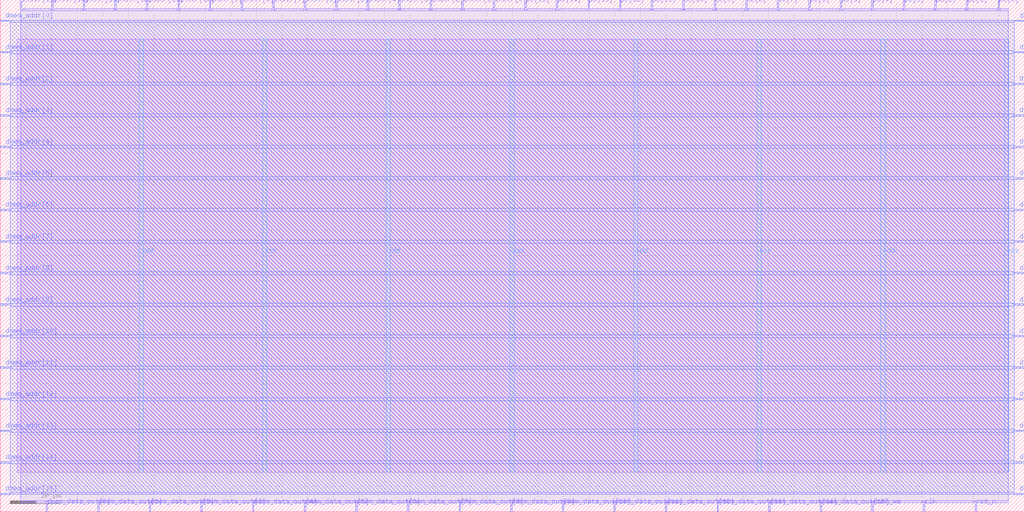
<source format=lef>
VERSION 5.7 ;
  NOWIREEXTENSIONATPIN ON ;
  DIVIDERCHAR "/" ;
  BUSBITCHARS "[]" ;
MACRO risc16
  CLASS BLOCK ;
  FOREIGN risc16 ;
  ORIGIN 0.000 0.000 ;
  SIZE 400.000 BY 200.000 ;
  PIN clk
    DIRECTION INPUT ;
    USE SIGNAL ;
    ANTENNAGATEAREA 0.741000 ;
    ANTENNADIFFAREA 0.410400 ;
    PORT
      LAYER Metal2 ;
        RECT 360.640 0.000 361.200 4.000 ;
    END
  END clk
  PIN dmem_addr[0]
    DIRECTION OUTPUT TRISTATE ;
    USE SIGNAL ;
    ANTENNADIFFAREA 4.731200 ;
    PORT
      LAYER Metal3 ;
        RECT 0.000 191.520 4.000 192.080 ;
    END
  END dmem_addr[0]
  PIN dmem_addr[10]
    DIRECTION OUTPUT TRISTATE ;
    USE SIGNAL ;
    ANTENNADIFFAREA 4.731200 ;
    PORT
      LAYER Metal3 ;
        RECT 0.000 68.320 4.000 68.880 ;
    END
  END dmem_addr[10]
  PIN dmem_addr[11]
    DIRECTION OUTPUT TRISTATE ;
    USE SIGNAL ;
    ANTENNADIFFAREA 4.731200 ;
    PORT
      LAYER Metal3 ;
        RECT 0.000 56.000 4.000 56.560 ;
    END
  END dmem_addr[11]
  PIN dmem_addr[12]
    DIRECTION OUTPUT TRISTATE ;
    USE SIGNAL ;
    ANTENNADIFFAREA 4.731200 ;
    PORT
      LAYER Metal3 ;
        RECT 0.000 43.680 4.000 44.240 ;
    END
  END dmem_addr[12]
  PIN dmem_addr[13]
    DIRECTION OUTPUT TRISTATE ;
    USE SIGNAL ;
    ANTENNADIFFAREA 4.731200 ;
    PORT
      LAYER Metal3 ;
        RECT 0.000 31.360 4.000 31.920 ;
    END
  END dmem_addr[13]
  PIN dmem_addr[14]
    DIRECTION OUTPUT TRISTATE ;
    USE SIGNAL ;
    ANTENNADIFFAREA 4.731200 ;
    PORT
      LAYER Metal3 ;
        RECT 0.000 19.040 4.000 19.600 ;
    END
  END dmem_addr[14]
  PIN dmem_addr[15]
    DIRECTION OUTPUT TRISTATE ;
    USE SIGNAL ;
    ANTENNADIFFAREA 4.731200 ;
    PORT
      LAYER Metal3 ;
        RECT 0.000 6.720 4.000 7.280 ;
    END
  END dmem_addr[15]
  PIN dmem_addr[1]
    DIRECTION OUTPUT TRISTATE ;
    USE SIGNAL ;
    ANTENNADIFFAREA 4.731200 ;
    PORT
      LAYER Metal3 ;
        RECT 0.000 179.200 4.000 179.760 ;
    END
  END dmem_addr[1]
  PIN dmem_addr[2]
    DIRECTION OUTPUT TRISTATE ;
    USE SIGNAL ;
    ANTENNADIFFAREA 4.731200 ;
    PORT
      LAYER Metal3 ;
        RECT 0.000 166.880 4.000 167.440 ;
    END
  END dmem_addr[2]
  PIN dmem_addr[3]
    DIRECTION OUTPUT TRISTATE ;
    USE SIGNAL ;
    ANTENNADIFFAREA 4.731200 ;
    PORT
      LAYER Metal3 ;
        RECT 0.000 154.560 4.000 155.120 ;
    END
  END dmem_addr[3]
  PIN dmem_addr[4]
    DIRECTION OUTPUT TRISTATE ;
    USE SIGNAL ;
    ANTENNADIFFAREA 4.731200 ;
    PORT
      LAYER Metal3 ;
        RECT 0.000 142.240 4.000 142.800 ;
    END
  END dmem_addr[4]
  PIN dmem_addr[5]
    DIRECTION OUTPUT TRISTATE ;
    USE SIGNAL ;
    ANTENNADIFFAREA 4.731200 ;
    PORT
      LAYER Metal3 ;
        RECT 0.000 129.920 4.000 130.480 ;
    END
  END dmem_addr[5]
  PIN dmem_addr[6]
    DIRECTION OUTPUT TRISTATE ;
    USE SIGNAL ;
    ANTENNADIFFAREA 4.731200 ;
    PORT
      LAYER Metal3 ;
        RECT 0.000 117.600 4.000 118.160 ;
    END
  END dmem_addr[6]
  PIN dmem_addr[7]
    DIRECTION OUTPUT TRISTATE ;
    USE SIGNAL ;
    ANTENNADIFFAREA 4.731200 ;
    PORT
      LAYER Metal3 ;
        RECT 0.000 105.280 4.000 105.840 ;
    END
  END dmem_addr[7]
  PIN dmem_addr[8]
    DIRECTION OUTPUT TRISTATE ;
    USE SIGNAL ;
    ANTENNADIFFAREA 4.731200 ;
    PORT
      LAYER Metal3 ;
        RECT 0.000 92.960 4.000 93.520 ;
    END
  END dmem_addr[8]
  PIN dmem_addr[9]
    DIRECTION OUTPUT TRISTATE ;
    USE SIGNAL ;
    ANTENNADIFFAREA 4.731200 ;
    PORT
      LAYER Metal3 ;
        RECT 0.000 80.640 4.000 81.200 ;
    END
  END dmem_addr[9]
  PIN dmem_data_in[0]
    DIRECTION OUTPUT TRISTATE ;
    USE SIGNAL ;
    ANTENNADIFFAREA 4.731200 ;
    PORT
      LAYER Metal3 ;
        RECT 396.000 6.720 400.000 7.280 ;
    END
  END dmem_data_in[0]
  PIN dmem_data_in[10]
    DIRECTION OUTPUT TRISTATE ;
    USE SIGNAL ;
    ANTENNADIFFAREA 4.731200 ;
    PORT
      LAYER Metal3 ;
        RECT 396.000 129.920 400.000 130.480 ;
    END
  END dmem_data_in[10]
  PIN dmem_data_in[11]
    DIRECTION OUTPUT TRISTATE ;
    USE SIGNAL ;
    ANTENNADIFFAREA 4.731200 ;
    PORT
      LAYER Metal3 ;
        RECT 396.000 142.240 400.000 142.800 ;
    END
  END dmem_data_in[11]
  PIN dmem_data_in[12]
    DIRECTION OUTPUT TRISTATE ;
    USE SIGNAL ;
    ANTENNADIFFAREA 4.731200 ;
    PORT
      LAYER Metal3 ;
        RECT 396.000 154.560 400.000 155.120 ;
    END
  END dmem_data_in[12]
  PIN dmem_data_in[13]
    DIRECTION OUTPUT TRISTATE ;
    USE SIGNAL ;
    ANTENNADIFFAREA 4.731200 ;
    PORT
      LAYER Metal3 ;
        RECT 396.000 166.880 400.000 167.440 ;
    END
  END dmem_data_in[13]
  PIN dmem_data_in[14]
    DIRECTION OUTPUT TRISTATE ;
    USE SIGNAL ;
    ANTENNADIFFAREA 4.731200 ;
    PORT
      LAYER Metal3 ;
        RECT 396.000 179.200 400.000 179.760 ;
    END
  END dmem_data_in[14]
  PIN dmem_data_in[15]
    DIRECTION OUTPUT TRISTATE ;
    USE SIGNAL ;
    ANTENNADIFFAREA 4.731200 ;
    PORT
      LAYER Metal3 ;
        RECT 396.000 191.520 400.000 192.080 ;
    END
  END dmem_data_in[15]
  PIN dmem_data_in[1]
    DIRECTION OUTPUT TRISTATE ;
    USE SIGNAL ;
    ANTENNADIFFAREA 4.731200 ;
    PORT
      LAYER Metal3 ;
        RECT 396.000 19.040 400.000 19.600 ;
    END
  END dmem_data_in[1]
  PIN dmem_data_in[2]
    DIRECTION OUTPUT TRISTATE ;
    USE SIGNAL ;
    ANTENNADIFFAREA 4.731200 ;
    PORT
      LAYER Metal3 ;
        RECT 396.000 31.360 400.000 31.920 ;
    END
  END dmem_data_in[2]
  PIN dmem_data_in[3]
    DIRECTION OUTPUT TRISTATE ;
    USE SIGNAL ;
    ANTENNADIFFAREA 4.731200 ;
    PORT
      LAYER Metal3 ;
        RECT 396.000 43.680 400.000 44.240 ;
    END
  END dmem_data_in[3]
  PIN dmem_data_in[4]
    DIRECTION OUTPUT TRISTATE ;
    USE SIGNAL ;
    ANTENNADIFFAREA 4.731200 ;
    PORT
      LAYER Metal3 ;
        RECT 396.000 56.000 400.000 56.560 ;
    END
  END dmem_data_in[4]
  PIN dmem_data_in[5]
    DIRECTION OUTPUT TRISTATE ;
    USE SIGNAL ;
    ANTENNADIFFAREA 4.731200 ;
    PORT
      LAYER Metal3 ;
        RECT 396.000 68.320 400.000 68.880 ;
    END
  END dmem_data_in[5]
  PIN dmem_data_in[6]
    DIRECTION OUTPUT TRISTATE ;
    USE SIGNAL ;
    ANTENNADIFFAREA 4.731200 ;
    PORT
      LAYER Metal3 ;
        RECT 396.000 80.640 400.000 81.200 ;
    END
  END dmem_data_in[6]
  PIN dmem_data_in[7]
    DIRECTION OUTPUT TRISTATE ;
    USE SIGNAL ;
    ANTENNADIFFAREA 4.731200 ;
    PORT
      LAYER Metal3 ;
        RECT 396.000 92.960 400.000 93.520 ;
    END
  END dmem_data_in[7]
  PIN dmem_data_in[8]
    DIRECTION OUTPUT TRISTATE ;
    USE SIGNAL ;
    ANTENNADIFFAREA 4.731200 ;
    PORT
      LAYER Metal3 ;
        RECT 396.000 105.280 400.000 105.840 ;
    END
  END dmem_data_in[8]
  PIN dmem_data_in[9]
    DIRECTION OUTPUT TRISTATE ;
    USE SIGNAL ;
    ANTENNADIFFAREA 4.731200 ;
    PORT
      LAYER Metal3 ;
        RECT 396.000 117.600 400.000 118.160 ;
    END
  END dmem_data_in[9]
  PIN dmem_data_out[0]
    DIRECTION INPUT ;
    USE SIGNAL ;
    ANTENNAGATEAREA 0.741000 ;
    ANTENNADIFFAREA 0.410400 ;
    PORT
      LAYER Metal2 ;
        RECT 17.920 0.000 18.480 4.000 ;
    END
  END dmem_data_out[0]
  PIN dmem_data_out[10]
    DIRECTION INPUT ;
    USE SIGNAL ;
    ANTENNAGATEAREA 0.741000 ;
    ANTENNADIFFAREA 0.410400 ;
    PORT
      LAYER Metal2 ;
        RECT 219.520 0.000 220.080 4.000 ;
    END
  END dmem_data_out[10]
  PIN dmem_data_out[11]
    DIRECTION INPUT ;
    USE SIGNAL ;
    ANTENNAGATEAREA 0.741000 ;
    ANTENNADIFFAREA 0.410400 ;
    PORT
      LAYER Metal2 ;
        RECT 239.680 0.000 240.240 4.000 ;
    END
  END dmem_data_out[11]
  PIN dmem_data_out[12]
    DIRECTION INPUT ;
    USE SIGNAL ;
    ANTENNAGATEAREA 0.741000 ;
    ANTENNADIFFAREA 0.410400 ;
    PORT
      LAYER Metal2 ;
        RECT 259.840 0.000 260.400 4.000 ;
    END
  END dmem_data_out[12]
  PIN dmem_data_out[13]
    DIRECTION INPUT ;
    USE SIGNAL ;
    ANTENNAGATEAREA 0.741000 ;
    ANTENNADIFFAREA 0.410400 ;
    PORT
      LAYER Metal2 ;
        RECT 280.000 0.000 280.560 4.000 ;
    END
  END dmem_data_out[13]
  PIN dmem_data_out[14]
    DIRECTION INPUT ;
    USE SIGNAL ;
    ANTENNAGATEAREA 0.741000 ;
    ANTENNADIFFAREA 0.410400 ;
    PORT
      LAYER Metal2 ;
        RECT 300.160 0.000 300.720 4.000 ;
    END
  END dmem_data_out[14]
  PIN dmem_data_out[15]
    DIRECTION INPUT ;
    USE SIGNAL ;
    ANTENNAGATEAREA 0.726000 ;
    ANTENNADIFFAREA 0.410400 ;
    PORT
      LAYER Metal2 ;
        RECT 320.320 0.000 320.880 4.000 ;
    END
  END dmem_data_out[15]
  PIN dmem_data_out[1]
    DIRECTION INPUT ;
    USE SIGNAL ;
    ANTENNAGATEAREA 0.741000 ;
    ANTENNADIFFAREA 0.410400 ;
    PORT
      LAYER Metal2 ;
        RECT 38.080 0.000 38.640 4.000 ;
    END
  END dmem_data_out[1]
  PIN dmem_data_out[2]
    DIRECTION INPUT ;
    USE SIGNAL ;
    ANTENNAGATEAREA 0.741000 ;
    ANTENNADIFFAREA 0.410400 ;
    PORT
      LAYER Metal2 ;
        RECT 58.240 0.000 58.800 4.000 ;
    END
  END dmem_data_out[2]
  PIN dmem_data_out[3]
    DIRECTION INPUT ;
    USE SIGNAL ;
    ANTENNAGATEAREA 0.741000 ;
    ANTENNADIFFAREA 0.410400 ;
    PORT
      LAYER Metal2 ;
        RECT 78.400 0.000 78.960 4.000 ;
    END
  END dmem_data_out[3]
  PIN dmem_data_out[4]
    DIRECTION INPUT ;
    USE SIGNAL ;
    ANTENNAGATEAREA 0.741000 ;
    ANTENNADIFFAREA 0.410400 ;
    PORT
      LAYER Metal2 ;
        RECT 98.560 0.000 99.120 4.000 ;
    END
  END dmem_data_out[4]
  PIN dmem_data_out[5]
    DIRECTION INPUT ;
    USE SIGNAL ;
    ANTENNAGATEAREA 0.741000 ;
    ANTENNADIFFAREA 0.410400 ;
    PORT
      LAYER Metal2 ;
        RECT 118.720 0.000 119.280 4.000 ;
    END
  END dmem_data_out[5]
  PIN dmem_data_out[6]
    DIRECTION INPUT ;
    USE SIGNAL ;
    ANTENNAGATEAREA 0.741000 ;
    ANTENNADIFFAREA 0.410400 ;
    PORT
      LAYER Metal2 ;
        RECT 138.880 0.000 139.440 4.000 ;
    END
  END dmem_data_out[6]
  PIN dmem_data_out[7]
    DIRECTION INPUT ;
    USE SIGNAL ;
    ANTENNAGATEAREA 0.741000 ;
    ANTENNADIFFAREA 0.410400 ;
    PORT
      LAYER Metal2 ;
        RECT 159.040 0.000 159.600 4.000 ;
    END
  END dmem_data_out[7]
  PIN dmem_data_out[8]
    DIRECTION INPUT ;
    USE SIGNAL ;
    ANTENNAGATEAREA 0.741000 ;
    ANTENNADIFFAREA 0.410400 ;
    PORT
      LAYER Metal2 ;
        RECT 179.200 0.000 179.760 4.000 ;
    END
  END dmem_data_out[8]
  PIN dmem_data_out[9]
    DIRECTION INPUT ;
    USE SIGNAL ;
    ANTENNAGATEAREA 0.741000 ;
    ANTENNADIFFAREA 0.410400 ;
    PORT
      LAYER Metal2 ;
        RECT 199.360 0.000 199.920 4.000 ;
    END
  END dmem_data_out[9]
  PIN dmem_we
    DIRECTION OUTPUT TRISTATE ;
    USE SIGNAL ;
    ANTENNADIFFAREA 4.731200 ;
    PORT
      LAYER Metal2 ;
        RECT 340.480 0.000 341.040 4.000 ;
    END
  END dmem_we
  PIN instr[0]
    DIRECTION INPUT ;
    USE SIGNAL ;
    ANTENNAGATEAREA 0.726000 ;
    ANTENNADIFFAREA 0.410400 ;
    PORT
      LAYER Metal2 ;
        RECT 192.640 196.000 193.200 200.000 ;
    END
  END instr[0]
  PIN instr[10]
    DIRECTION INPUT ;
    USE SIGNAL ;
    ANTENNAGATEAREA 0.498500 ;
    ANTENNADIFFAREA 0.410400 ;
    PORT
      LAYER Metal2 ;
        RECT 69.440 196.000 70.000 200.000 ;
    END
  END instr[10]
  PIN instr[11]
    DIRECTION INPUT ;
    USE SIGNAL ;
    ANTENNAGATEAREA 1.102000 ;
    ANTENNADIFFAREA 0.410400 ;
    PORT
      LAYER Metal2 ;
        RECT 57.120 196.000 57.680 200.000 ;
    END
  END instr[11]
  PIN instr[12]
    DIRECTION INPUT ;
    USE SIGNAL ;
    ANTENNAGATEAREA 1.102000 ;
    ANTENNADIFFAREA 0.410400 ;
    PORT
      LAYER Metal2 ;
        RECT 44.800 196.000 45.360 200.000 ;
    END
  END instr[12]
  PIN instr[13]
    DIRECTION INPUT ;
    USE SIGNAL ;
    ANTENNAGATEAREA 1.102000 ;
    ANTENNADIFFAREA 0.410400 ;
    PORT
      LAYER Metal2 ;
        RECT 32.480 196.000 33.040 200.000 ;
    END
  END instr[13]
  PIN instr[14]
    DIRECTION INPUT ;
    USE SIGNAL ;
    ANTENNAGATEAREA 1.102000 ;
    ANTENNADIFFAREA 0.410400 ;
    PORT
      LAYER Metal2 ;
        RECT 20.160 196.000 20.720 200.000 ;
    END
  END instr[14]
  PIN instr[15]
    DIRECTION INPUT ;
    USE SIGNAL ;
    ANTENNAGATEAREA 0.726000 ;
    ANTENNADIFFAREA 0.410400 ;
    PORT
      LAYER Metal2 ;
        RECT 7.840 196.000 8.400 200.000 ;
    END
  END instr[15]
  PIN instr[1]
    DIRECTION INPUT ;
    USE SIGNAL ;
    ANTENNAGATEAREA 0.498500 ;
    ANTENNADIFFAREA 0.410400 ;
    PORT
      LAYER Metal2 ;
        RECT 180.320 196.000 180.880 200.000 ;
    END
  END instr[1]
  PIN instr[2]
    DIRECTION INPUT ;
    USE SIGNAL ;
    ANTENNAGATEAREA 0.726000 ;
    ANTENNADIFFAREA 0.410400 ;
    PORT
      LAYER Metal2 ;
        RECT 168.000 196.000 168.560 200.000 ;
    END
  END instr[2]
  PIN instr[3]
    DIRECTION INPUT ;
    USE SIGNAL ;
    ANTENNAGATEAREA 0.498500 ;
    ANTENNADIFFAREA 0.410400 ;
    PORT
      LAYER Metal2 ;
        RECT 155.680 196.000 156.240 200.000 ;
    END
  END instr[3]
  PIN instr[4]
    DIRECTION INPUT ;
    USE SIGNAL ;
    ANTENNAGATEAREA 0.498500 ;
    ANTENNADIFFAREA 0.410400 ;
    PORT
      LAYER Metal2 ;
        RECT 143.360 196.000 143.920 200.000 ;
    END
  END instr[4]
  PIN instr[5]
    DIRECTION INPUT ;
    USE SIGNAL ;
    ANTENNAGATEAREA 0.741000 ;
    ANTENNADIFFAREA 0.410400 ;
    PORT
      LAYER Metal2 ;
        RECT 131.040 196.000 131.600 200.000 ;
    END
  END instr[5]
  PIN instr[6]
    DIRECTION INPUT ;
    USE SIGNAL ;
    ANTENNAGATEAREA 0.726000 ;
    ANTENNADIFFAREA 0.410400 ;
    PORT
      LAYER Metal2 ;
        RECT 118.720 196.000 119.280 200.000 ;
    END
  END instr[6]
  PIN instr[7]
    DIRECTION INPUT ;
    USE SIGNAL ;
    ANTENNAGATEAREA 0.726000 ;
    ANTENNADIFFAREA 0.410400 ;
    PORT
      LAYER Metal2 ;
        RECT 106.400 196.000 106.960 200.000 ;
    END
  END instr[7]
  PIN instr[8]
    DIRECTION INPUT ;
    USE SIGNAL ;
    ANTENNAGATEAREA 0.726000 ;
    ANTENNADIFFAREA 0.410400 ;
    PORT
      LAYER Metal2 ;
        RECT 94.080 196.000 94.640 200.000 ;
    END
  END instr[8]
  PIN instr[9]
    DIRECTION INPUT ;
    USE SIGNAL ;
    ANTENNAGATEAREA 0.498500 ;
    ANTENNADIFFAREA 0.410400 ;
    PORT
      LAYER Metal2 ;
        RECT 81.760 196.000 82.320 200.000 ;
    END
  END instr[9]
  PIN pc[0]
    DIRECTION OUTPUT TRISTATE ;
    USE SIGNAL ;
    ANTENNADIFFAREA 4.731200 ;
    PORT
      LAYER Metal2 ;
        RECT 389.760 196.000 390.320 200.000 ;
    END
  END pc[0]
  PIN pc[10]
    DIRECTION OUTPUT TRISTATE ;
    USE SIGNAL ;
    ANTENNADIFFAREA 4.731200 ;
    PORT
      LAYER Metal2 ;
        RECT 266.560 196.000 267.120 200.000 ;
    END
  END pc[10]
  PIN pc[11]
    DIRECTION OUTPUT TRISTATE ;
    USE SIGNAL ;
    ANTENNADIFFAREA 4.731200 ;
    PORT
      LAYER Metal2 ;
        RECT 254.240 196.000 254.800 200.000 ;
    END
  END pc[11]
  PIN pc[12]
    DIRECTION OUTPUT TRISTATE ;
    USE SIGNAL ;
    ANTENNADIFFAREA 4.731200 ;
    PORT
      LAYER Metal2 ;
        RECT 241.920 196.000 242.480 200.000 ;
    END
  END pc[12]
  PIN pc[13]
    DIRECTION OUTPUT TRISTATE ;
    USE SIGNAL ;
    ANTENNADIFFAREA 4.731200 ;
    PORT
      LAYER Metal2 ;
        RECT 229.600 196.000 230.160 200.000 ;
    END
  END pc[13]
  PIN pc[14]
    DIRECTION OUTPUT TRISTATE ;
    USE SIGNAL ;
    ANTENNADIFFAREA 4.731200 ;
    PORT
      LAYER Metal2 ;
        RECT 217.280 196.000 217.840 200.000 ;
    END
  END pc[14]
  PIN pc[15]
    DIRECTION OUTPUT TRISTATE ;
    USE SIGNAL ;
    ANTENNADIFFAREA 4.731200 ;
    PORT
      LAYER Metal2 ;
        RECT 204.960 196.000 205.520 200.000 ;
    END
  END pc[15]
  PIN pc[1]
    DIRECTION OUTPUT TRISTATE ;
    USE SIGNAL ;
    ANTENNADIFFAREA 4.731200 ;
    PORT
      LAYER Metal2 ;
        RECT 377.440 196.000 378.000 200.000 ;
    END
  END pc[1]
  PIN pc[2]
    DIRECTION OUTPUT TRISTATE ;
    USE SIGNAL ;
    ANTENNADIFFAREA 4.731200 ;
    PORT
      LAYER Metal2 ;
        RECT 365.120 196.000 365.680 200.000 ;
    END
  END pc[2]
  PIN pc[3]
    DIRECTION OUTPUT TRISTATE ;
    USE SIGNAL ;
    ANTENNADIFFAREA 4.731200 ;
    PORT
      LAYER Metal2 ;
        RECT 352.800 196.000 353.360 200.000 ;
    END
  END pc[3]
  PIN pc[4]
    DIRECTION OUTPUT TRISTATE ;
    USE SIGNAL ;
    ANTENNADIFFAREA 4.731200 ;
    PORT
      LAYER Metal2 ;
        RECT 340.480 196.000 341.040 200.000 ;
    END
  END pc[4]
  PIN pc[5]
    DIRECTION OUTPUT TRISTATE ;
    USE SIGNAL ;
    ANTENNADIFFAREA 4.731200 ;
    PORT
      LAYER Metal2 ;
        RECT 328.160 196.000 328.720 200.000 ;
    END
  END pc[5]
  PIN pc[6]
    DIRECTION OUTPUT TRISTATE ;
    USE SIGNAL ;
    ANTENNADIFFAREA 4.731200 ;
    PORT
      LAYER Metal2 ;
        RECT 315.840 196.000 316.400 200.000 ;
    END
  END pc[6]
  PIN pc[7]
    DIRECTION OUTPUT TRISTATE ;
    USE SIGNAL ;
    ANTENNADIFFAREA 4.731200 ;
    PORT
      LAYER Metal2 ;
        RECT 303.520 196.000 304.080 200.000 ;
    END
  END pc[7]
  PIN pc[8]
    DIRECTION OUTPUT TRISTATE ;
    USE SIGNAL ;
    ANTENNADIFFAREA 4.731200 ;
    PORT
      LAYER Metal2 ;
        RECT 291.200 196.000 291.760 200.000 ;
    END
  END pc[8]
  PIN pc[9]
    DIRECTION OUTPUT TRISTATE ;
    USE SIGNAL ;
    ANTENNADIFFAREA 4.731200 ;
    PORT
      LAYER Metal2 ;
        RECT 278.880 196.000 279.440 200.000 ;
    END
  END pc[9]
  PIN rst_n
    DIRECTION INPUT ;
    USE SIGNAL ;
    ANTENNAGATEAREA 0.726000 ;
    ANTENNADIFFAREA 0.410400 ;
    PORT
      LAYER Metal2 ;
        RECT 380.800 0.000 381.360 4.000 ;
    END
  END rst_n
  PIN vdd
    DIRECTION INOUT ;
    USE POWER ;
    PORT
      LAYER Metal4 ;
        RECT 54.220 15.380 55.820 184.540 ;
    END
    PORT
      LAYER Metal4 ;
        RECT 150.820 15.380 152.420 184.540 ;
    END
    PORT
      LAYER Metal4 ;
        RECT 247.420 15.380 249.020 184.540 ;
    END
    PORT
      LAYER Metal4 ;
        RECT 344.020 15.380 345.620 184.540 ;
    END
  END vdd
  PIN vss
    DIRECTION INOUT ;
    USE GROUND ;
    PORT
      LAYER Metal4 ;
        RECT 102.520 15.380 104.120 184.540 ;
    END
    PORT
      LAYER Metal4 ;
        RECT 199.120 15.380 200.720 184.540 ;
    END
    PORT
      LAYER Metal4 ;
        RECT 295.720 15.380 297.320 184.540 ;
    END
    PORT
      LAYER Metal4 ;
        RECT 392.320 15.380 393.920 184.540 ;
    END
  END vss
  OBS
      LAYER Metal1 ;
        RECT 6.720 15.380 393.920 184.540 ;
      LAYER Metal2 ;
        RECT 8.700 195.700 19.860 196.420 ;
        RECT 21.020 195.700 32.180 196.420 ;
        RECT 33.340 195.700 44.500 196.420 ;
        RECT 45.660 195.700 56.820 196.420 ;
        RECT 57.980 195.700 69.140 196.420 ;
        RECT 70.300 195.700 81.460 196.420 ;
        RECT 82.620 195.700 93.780 196.420 ;
        RECT 94.940 195.700 106.100 196.420 ;
        RECT 107.260 195.700 118.420 196.420 ;
        RECT 119.580 195.700 130.740 196.420 ;
        RECT 131.900 195.700 143.060 196.420 ;
        RECT 144.220 195.700 155.380 196.420 ;
        RECT 156.540 195.700 167.700 196.420 ;
        RECT 168.860 195.700 180.020 196.420 ;
        RECT 181.180 195.700 192.340 196.420 ;
        RECT 193.500 195.700 204.660 196.420 ;
        RECT 205.820 195.700 216.980 196.420 ;
        RECT 218.140 195.700 229.300 196.420 ;
        RECT 230.460 195.700 241.620 196.420 ;
        RECT 242.780 195.700 253.940 196.420 ;
        RECT 255.100 195.700 266.260 196.420 ;
        RECT 267.420 195.700 278.580 196.420 ;
        RECT 279.740 195.700 290.900 196.420 ;
        RECT 292.060 195.700 303.220 196.420 ;
        RECT 304.380 195.700 315.540 196.420 ;
        RECT 316.700 195.700 327.860 196.420 ;
        RECT 329.020 195.700 340.180 196.420 ;
        RECT 341.340 195.700 352.500 196.420 ;
        RECT 353.660 195.700 364.820 196.420 ;
        RECT 365.980 195.700 377.140 196.420 ;
        RECT 378.300 195.700 389.460 196.420 ;
        RECT 390.620 195.700 393.780 196.420 ;
        RECT 7.980 4.300 393.780 195.700 ;
        RECT 7.980 3.500 17.620 4.300 ;
        RECT 18.780 3.500 37.780 4.300 ;
        RECT 38.940 3.500 57.940 4.300 ;
        RECT 59.100 3.500 78.100 4.300 ;
        RECT 79.260 3.500 98.260 4.300 ;
        RECT 99.420 3.500 118.420 4.300 ;
        RECT 119.580 3.500 138.580 4.300 ;
        RECT 139.740 3.500 158.740 4.300 ;
        RECT 159.900 3.500 178.900 4.300 ;
        RECT 180.060 3.500 199.060 4.300 ;
        RECT 200.220 3.500 219.220 4.300 ;
        RECT 220.380 3.500 239.380 4.300 ;
        RECT 240.540 3.500 259.540 4.300 ;
        RECT 260.700 3.500 279.700 4.300 ;
        RECT 280.860 3.500 299.860 4.300 ;
        RECT 301.020 3.500 320.020 4.300 ;
        RECT 321.180 3.500 340.180 4.300 ;
        RECT 341.340 3.500 360.340 4.300 ;
        RECT 361.500 3.500 380.500 4.300 ;
        RECT 381.660 3.500 393.780 4.300 ;
      LAYER Metal3 ;
        RECT 4.300 191.220 395.700 191.940 ;
        RECT 4.000 180.060 396.000 191.220 ;
        RECT 4.300 178.900 395.700 180.060 ;
        RECT 4.000 167.740 396.000 178.900 ;
        RECT 4.300 166.580 395.700 167.740 ;
        RECT 4.000 155.420 396.000 166.580 ;
        RECT 4.300 154.260 395.700 155.420 ;
        RECT 4.000 143.100 396.000 154.260 ;
        RECT 4.300 141.940 395.700 143.100 ;
        RECT 4.000 130.780 396.000 141.940 ;
        RECT 4.300 129.620 395.700 130.780 ;
        RECT 4.000 118.460 396.000 129.620 ;
        RECT 4.300 117.300 395.700 118.460 ;
        RECT 4.000 106.140 396.000 117.300 ;
        RECT 4.300 104.980 395.700 106.140 ;
        RECT 4.000 93.820 396.000 104.980 ;
        RECT 4.300 92.660 395.700 93.820 ;
        RECT 4.000 81.500 396.000 92.660 ;
        RECT 4.300 80.340 395.700 81.500 ;
        RECT 4.000 69.180 396.000 80.340 ;
        RECT 4.300 68.020 395.700 69.180 ;
        RECT 4.000 56.860 396.000 68.020 ;
        RECT 4.300 55.700 395.700 56.860 ;
        RECT 4.000 44.540 396.000 55.700 ;
        RECT 4.300 43.380 395.700 44.540 ;
        RECT 4.000 32.220 396.000 43.380 ;
        RECT 4.300 31.060 395.700 32.220 ;
        RECT 4.000 19.900 396.000 31.060 ;
        RECT 4.300 18.740 395.700 19.900 ;
        RECT 4.000 7.580 396.000 18.740 ;
        RECT 4.300 6.860 395.700 7.580 ;
  END
END risc16
END LIBRARY


</source>
